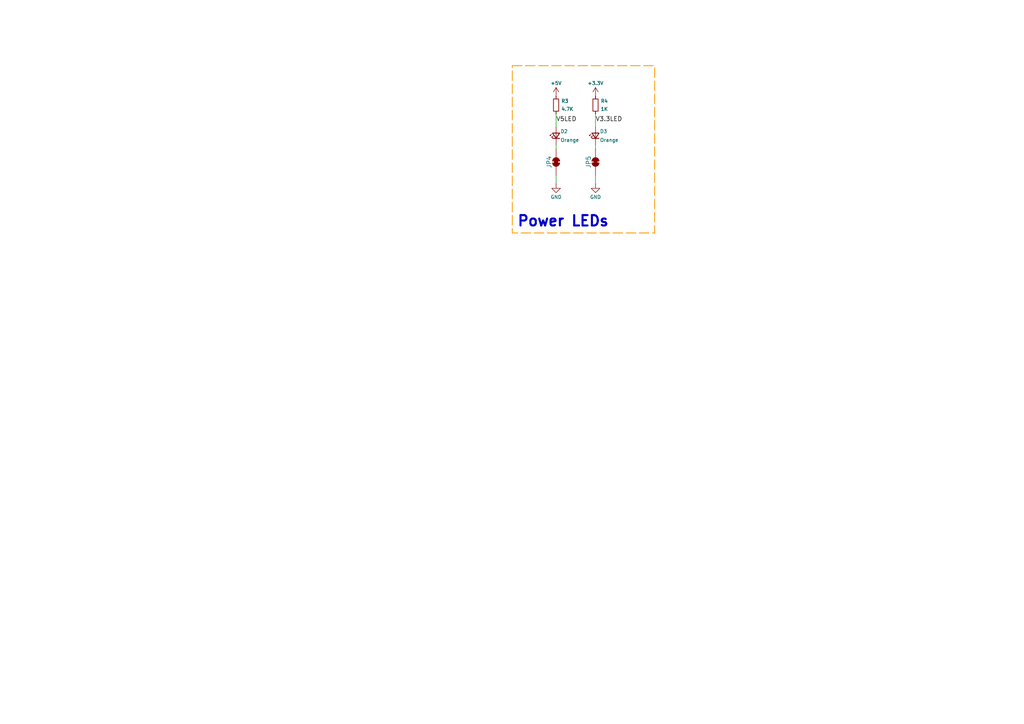
<source format=kicad_sch>
(kicad_sch (version 20250114) (generator "eeschema") (generator_version "9.0")
  (paper "A4")
  (lib_symbols
    (symbol "Device:LED_Small" (pin_numbers (hide yes)) (pin_names (offset 0.254) (hide yes))
      (property "Reference" "D" (at -1.27 3.175 0))
      (property "Value" "LED_Small" (at -4.445 -2.54 0))
      (symbol "LED_Small_0_1"
        (polyline (pts (xy -0.762 -1.016) (xy -0.762 1.016)) (stroke (width 0.254)))
        (polyline (pts (xy 0 0.762) (xy -0.508 1.27) (xy -0.254 1.27) (xy -0.508 1.27) (xy -0.508 1.016)))
        (polyline (pts (xy 0.508 1.27) (xy 0 1.778) (xy 0.254 1.778) (xy 0 1.778) (xy 0 1.524)))
        (polyline (pts (xy 0.762 -1.016) (xy -0.762 0) (xy 0.762 1.016) (xy 0.762 -1.016)) (stroke (width 0.254)))
        (polyline (pts (xy 1.016 0) (xy -0.762 0)))
      )
      (symbol "LED_Small_1_1"
        (pin passive line (at -2.54 0 0) (length 1.778) (name "K") (number "1"))
        (pin passive line (at 2.54 0 180) (length 1.778) (name "A") (number "2"))
      )
    )
    (symbol "Device:R_Small" (pin_numbers (hide yes)) (pin_names (offset 0.254) (hide yes))
      (property "Reference" "R" (at 0 0 90))
      (property "Value" "R_Small" (at 1.778 0 90))
      (symbol "R_Small_0_1"
        (rectangle (start -0.762 1.778) (end 0.762 -1.778) (stroke (width 0.2032)))
      )
      (symbol "R_Small_1_1"
        (pin passive line (at 0 2.54 270) (length 0.762) (name "~") (number "1"))
        (pin passive line (at 0 -2.54 90) (length 0.762) (name "~") (number "2"))
      )
    )
    (symbol "Jumper:SolderJumper_2_Bridged" (pin_numbers (hide yes)) (pin_names (offset 0) (hide yes)) (in_bom no)
      (property "Reference" "JP" (at 0 2.032 0))
      (property "Value" "~" (at 0 -2.54 0))
      (symbol "SolderJumper_2_Bridged_0_1"
        (rectangle (start -0.508 0.508) (end 0.508 -0.508) (fill (type outline)))
        (polyline (pts (xy -0.254 1.016) (xy -0.254 -1.016)))
        (arc (start -0.254 -1.016) (mid -1.2656 0) (end -0.254 1.016))
        (arc (start -0.254 -1.016) (mid -1.2656 0) (end -0.254 1.016) (fill (type outline)))
        (arc (start 0.254 1.016) (mid 1.2656 0) (end 0.254 -1.016))
        (arc (start 0.254 1.016) (mid 1.2656 0) (end 0.254 -1.016) (fill (type outline)))
        (polyline (pts (xy 0.254 1.016) (xy 0.254 -1.016)))
      )
      (symbol "SolderJumper_2_Bridged_1_1"
        (pin passive line (at -3.81 0 0) (length 2.54) (name "A") (number "1"))
        (pin passive line (at 3.81 0 180) (length 2.54) (name "B") (number "2"))
      )
    )
    (symbol "power:+3.3V" (power) (pin_numbers (hide yes)) (pin_names (offset 0) (hide yes))
      (property "Value" "+3.3V" (at 0 3.556 0))
      (symbol "+3.3V_0_1"
        (polyline (pts (xy -0.762 1.27) (xy 0 2.54)))
        (polyline (pts (xy 0 2.54) (xy 0.762 1.27)))
        (polyline (pts (xy 0 0) (xy 0 2.54)))
      )
      (symbol "+3.3V_1_1"
        (pin power_in line (at 0 0 90) (length 0) (name "~") (number "1"))
      )
    )
    (symbol "power:+5V" (power) (pin_numbers (hide yes)) (pin_names (offset 0) (hide yes))
      (property "Value" "+5V" (at 0 3.556 0))
      (symbol "+5V_0_1"
        (polyline (pts (xy -0.762 1.27) (xy 0 2.54)))
        (polyline (pts (xy 0 2.54) (xy 0.762 1.27)))
        (polyline (pts (xy 0 0) (xy 0 2.54)))
      )
      (symbol "+5V_1_1"
        (pin power_in line (at 0 0 90) (length 0) (name "~") (number "1"))
      )
    )
    (symbol "power:GND" (power) (pin_numbers (hide yes)) (pin_names (offset 0) (hide yes))
      (property "Value" "GND" (at 0 -3.81 0))
      (symbol "GND_0_1"
        (polyline (pts (xy 0 0) (xy 0 -1.27) (xy 1.27 -1.27) (xy 0 -2.54) (xy -1.27 -1.27) (xy 0 -1.27)))
      )
      (symbol "GND_1_1"
        (pin power_in line (at 0 0 270) (length 0) (name "~") (number "1"))
      )
    )
  )
  (rectangle (start 148.59 19.05) (end 189.865 67.564) (stroke (width 0.254) (type dash) (color 255 153 0 1)))
  (text "Power LEDs" (at 149.86 66.04 0) (effects (font (size 3 3) (thickness 0.6) (bold yes)) (justify left bottom)))
  (wire (pts (xy 161.29 36.83) (xy 161.29 33.02)))
  (wire (pts (xy 161.29 43.18) (xy 161.29 41.91)))
  (wire (pts (xy 172.72 43.18) (xy 172.72 41.91)))
  (wire (pts (xy 172.72 36.83) (xy 172.72 33.02)))
  (wire (pts (xy 172.72 53.34) (xy 172.72 50.8)))
  (wire (pts (xy 161.29 53.34) (xy 161.29 50.8)))
  (label "V5LED" (at 161.29 35.56 0))
  (label "V3.3LED" (at 172.72 35.56 0))
  (symbol (lib_id "power:GND") (at 172.72 53.34 0) (unit 1)
    (property "Reference" "#PWR019" (effects (hide yes)))
    (property "Value" "GND" (at 172.72 57.15 0) (effects (font (size 1 1))))
  )
  (symbol (lib_id "Device:R_Small") (at 172.72 30.48 0) (unit 1)
    (property "Reference" "R4" (at 174.2186 29.3116 0) (effects (font (size 1 1)) (justify left)))
    (property "Value" "1K" (at 174.2186 31.623 0) (effects (font (size 1 1)) (justify left)))
    (property "Footprint" "Resistor_SMD:R_0603_1608Metric" (effects (hide yes)))
    (property "Datasheet" "https://www.vishay.com/docs/28773/crcwce3.pdf" (effects (hide yes)))
    (property "Description" "Thick Film Resistors - SMD 1/10watt 1.0Kohms 1%" (effects (hide yes)))
    (property "MN" "Vishay" (effects (hide yes)))
    (property "MPN" "CRCW06031K00FKEA" (effects (hide yes)))
    (property "Mouser" "71-CRCW06031K00JNEAC" (effects (hide yes)))
    (property "Digikey" "541-3991-2-ND" (effects (hide yes)))
    (property "LCSC" "C2907113" (effects (hide yes)))
  )
  (symbol (lib_id "Jumper:SolderJumper_2_Bridged") (at 161.29 46.99 90) (unit 1) (in_bom no)
    (property "Reference" "JP4" (at 159.258 46.99 0))
    (property "Footprint" "CRGM Connector:SolderJumper-2_P1.3mm_Bridged_RoundedPad1.0x1.5mm" (effects (hide yes)))
    (property "Description" "Solder Jumper, 2-pole, closed/bridged" (effects (hide yes)))
  )
  (symbol (lib_id "power:+5V") (at 161.29 27.94 0) (unit 1)
    (property "Reference" "#PWR010" (effects (hide yes)))
    (property "Value" "+5V" (at 161.29 24.13 0) (effects (font (size 1 1))))
  )
  (symbol (lib_id "Device:LED_Small") (at 172.72 39.37 90) (unit 1)
    (property "Reference" "D3" (at 173.99 38.1 90) (effects (font (size 1 1)) (justify right)))
    (property "Value" "Orange" (at 173.99 40.64 90) (effects (font (size 1 1)) (justify right)))
    (property "Footprint" "LED_SMD:LED_0603_1608Metric" (effects (hide yes)))
    (property "Datasheet" "https://optoelectronics.liteon.com/upload/download/DS22-2000-228/LTST-C191KGKT.PDF" (effects (hide yes)))
    (property "Description" "20mA 315mcd Colorless Orange 120° 50mW 2.3V 0603" (effects (hide yes)))
    (property "MN" "XINGLIGHT" (effects (hide yes)))
    (property "MPN" "XL-1608UOC-06" (effects (hide yes)))
    (property "Mouser" "859-LTST-C190KFKT" (effects (hide yes)))
    (property "Digikey" "5962-XL-1608UOC-06TR-ND" (effects (hide yes)))
    (property "LCSC" "C965800" (effects (hide yes)))
  )
  (symbol (lib_id "Device:R_Small") (at 161.29 30.48 0) (unit 1)
    (property "Reference" "R3" (at 162.7886 29.3116 0) (effects (font (size 1 1)) (justify left)))
    (property "Value" "4.7K" (at 162.7886 31.623 0) (effects (font (size 1 1)) (justify left)))
    (property "Footprint" "Resistor_SMD:R_0603_1608Metric" (effects (hide yes)))
    (property "Datasheet" "https://www.vishay.com/docs/28773/crcwce3.pdf" (effects (hide yes)))
    (property "Description" "Thick Film Resistors - SMD 1/10Watt 4.7Kohms 5% Commercial Use" (effects (hide yes)))
    (property "MN" "FOJAN" (effects (hide yes)))
    (property "MPN" "FRC0603J472 TS" (effects (hide yes)))
    (property "Mouser" "71-CRCW06034K70JNEAC" (effects (hide yes)))
    (property "Digikey" "541-3993-2-ND" (effects (hide yes)))
    (property "LCSC" "C2907166" (effects (hide yes)))
  )
  (symbol (lib_id "Device:LED_Small") (at 161.29 39.37 90) (unit 1)
    (property "Reference" "D2" (at 162.56 38.1 90) (effects (font (size 1 1)) (justify right)))
    (property "Value" "Orange" (at 162.56 40.64 90) (effects (font (size 1 1)) (justify right)))
    (property "Footprint" "LED_SMD:LED_0603_1608Metric" (effects (hide yes)))
    (property "Datasheet" "https://optoelectronics.liteon.com/upload/download/DS22-2000-228/LTST-C191KGKT.PDF" (effects (hide yes)))
    (property "Description" "20mA 315mcd Colorless Orange 120° 50mW 2.3V 0603" (effects (hide yes)))
    (property "MN" "XINGLIGHT" (effects (hide yes)))
    (property "MPN" "XL-1608UOC-06" (effects (hide yes)))
    (property "Mouser" "859-LTST-C190KFKT" (effects (hide yes)))
    (property "Digikey" "5962-XL-1608UOC-06TR-ND" (effects (hide yes)))
    (property "LCSC" "C965800" (effects (hide yes)))
  )
  (symbol (lib_id "power:+3.3V") (at 172.72 27.94 0) (unit 1)
    (property "Reference" "#PWR011" (effects (hide yes)))
    (property "Value" "+3.3V" (at 172.72 24.13 0) (effects (font (size 1 1))))
  )
  (symbol (lib_id "Jumper:SolderJumper_2_Bridged") (at 172.72 46.99 90) (unit 1) (in_bom no)
    (property "Reference" "JP5" (at 170.688 46.99 0))
    (property "Description" "Solder Jumper, 2-pole, closed/bridged" (effects (hide yes)))
  )
  (symbol (lib_id "power:GND") (at 161.29 53.34 0) (unit 1)
    (property "Reference" "#PWR018" (effects (hide yes)))
    (property "Value" "GND" (at 161.29 57.15 0) (effects (font (size 1 1))))
  )
)
</source>
